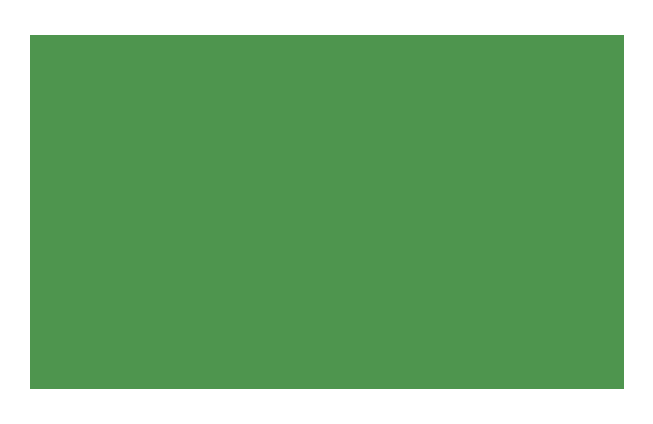
<source format=gbr>
%TF.GenerationSoftware,KiCad,Pcbnew,6.0.11+dfsg-1~bpo11+1*%
%TF.CreationDate,2023-05-28T01:48:14+00:00*%
%TF.ProjectId,PINHOLDER03,50494e48-4f4c-4444-9552-30332e6b6963,02A*%
%TF.SameCoordinates,Original*%
%TF.FileFunction,Soldermask,Bot*%
%TF.FilePolarity,Negative*%
%FSLAX46Y46*%
G04 Gerber Fmt 4.6, Leading zero omitted, Abs format (unit mm)*
G04 Created by KiCad (PCBNEW 6.0.11+dfsg-1~bpo11+1) date 2023-05-28 01:48:14*
%MOMM*%
%LPD*%
G01*
G04 APERTURE LIST*
G04 Aperture macros list*
%AMRoundRect*
0 Rectangle with rounded corners*
0 $1 Rounding radius*
0 $2 $3 $4 $5 $6 $7 $8 $9 X,Y pos of 4 corners*
0 Add a 4 corners polygon primitive as box body*
4,1,4,$2,$3,$4,$5,$6,$7,$8,$9,$2,$3,0*
0 Add four circle primitives for the rounded corners*
1,1,$1+$1,$2,$3*
1,1,$1+$1,$4,$5*
1,1,$1+$1,$6,$7*
1,1,$1+$1,$8,$9*
0 Add four rect primitives between the rounded corners*
20,1,$1+$1,$2,$3,$4,$5,0*
20,1,$1+$1,$4,$5,$6,$7,0*
20,1,$1+$1,$6,$7,$8,$9,0*
20,1,$1+$1,$8,$9,$2,$3,0*%
G04 Aperture macros list end*
%ADD10C,6.400000*%
%ADD11RoundRect,0.200000X-1.000000X1.900000X-1.000000X-1.900000X1.000000X-1.900000X1.000000X1.900000X0*%
%ADD12C,0.909900*%
%ADD13RoundRect,0.200000X0.762000X0.762000X-0.762000X0.762000X-0.762000X-0.762000X0.762000X-0.762000X0*%
%ADD14RoundRect,0.200000X1.000000X-1.900000X1.000000X1.900000X-1.000000X1.900000X-1.000000X-1.900000X0*%
G04 APERTURE END LIST*
D10*
%TO.C,M3*%
X0Y0D03*
%TD*%
%TO.C,M2*%
X40640000Y0D03*
%TD*%
%TO.C,M4*%
X0Y-20320000D03*
%TD*%
%TO.C,M1*%
X40640000Y-20320000D03*
%TD*%
D11*
%TO.C,TP4*%
X5290000Y-5820000D03*
%TD*%
D12*
%TO.C,TP1*%
X18290000Y-8170000D03*
%TD*%
D13*
%TO.C,J2*%
X-810000Y-5950000D03*
X-810000Y-8490000D03*
%TD*%
D14*
%TO.C,TP2*%
X5240000Y-14520000D03*
%TD*%
G36*
X45451502Y4811502D02*
G01*
X45466000Y4776500D01*
X45466000Y-25096500D01*
X45451502Y-25131502D01*
X45416500Y-25146000D01*
X-4776500Y-25146000D01*
X-4811502Y-25131502D01*
X-4826000Y-25096500D01*
X-4826000Y4776500D01*
X-4811502Y4811502D01*
X-4776500Y4826000D01*
X45416500Y4826000D01*
X45451502Y4811502D01*
G37*
M02*

</source>
